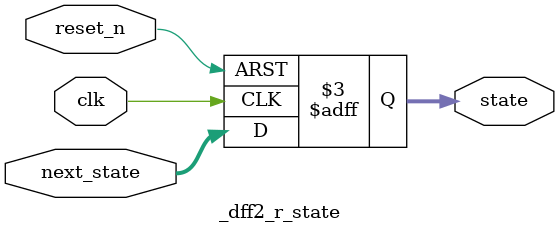
<source format=v>
module _dff2_r_state(clk, reset_n, next_state, state);//The state Flip Flop
   input clk, reset_n; //input
   input [1:0]next_state;
   output reg[1:0]state; //output, reg
   always@(posedge clk or negedge reset_n) begin //asynchronous Flip Flop
      if(reset_n == 0) state<=1'b0; //if reset_n is 0, state is 0
      else state<=next_state; //else state is next_state;
      end //end content
   endmodule //end module
</source>
